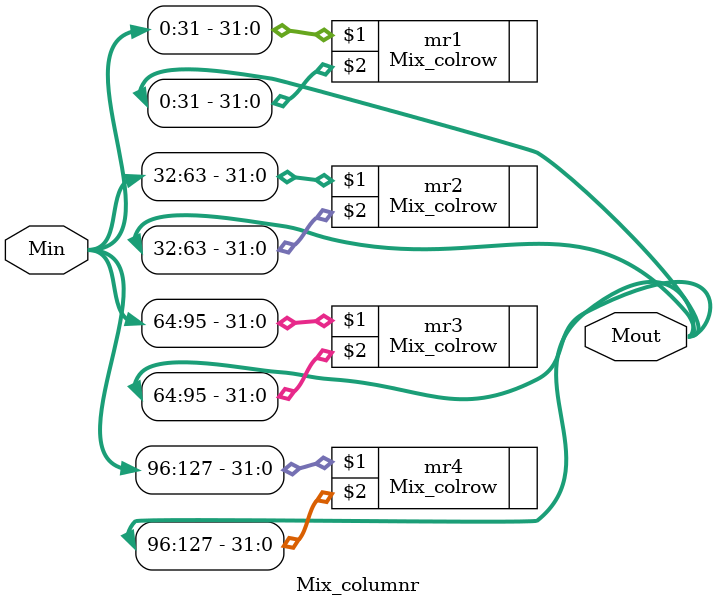
<source format=v>
module Mix_columnr(Min, Mout);
input [0:127] Min;
output [0:127] Mout;

Mix_colrow mr1 (Min[0:31], Mout[0:31]);
Mix_colrow mr2 (Min[32:63], Mout[32:63]);
Mix_colrow mr3 (Min[64:95], Mout[64:95]);
Mix_colrow mr4 (Min[96:127], Mout[96:127]);

endmodule


</source>
